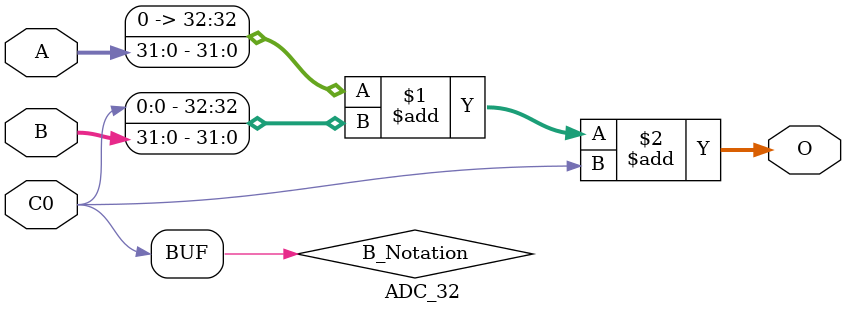
<source format=v>
module ADC_32(
    input [31:0] A,
    input [31:0] B,
    input C0,
    output [32:0] O
);

    //wire [31:0] B_modified;

    //assign B_modified = C0 ? (~B) : B;  
    //assign O = {1'b0, A} + {1'b0, B_modified} + C0;
    
    wire B_Notation;
    
    assign B_Notation = C0;
    
    assign O = {1'b0,A} + {C0,B} + C0;
endmodule
</source>
